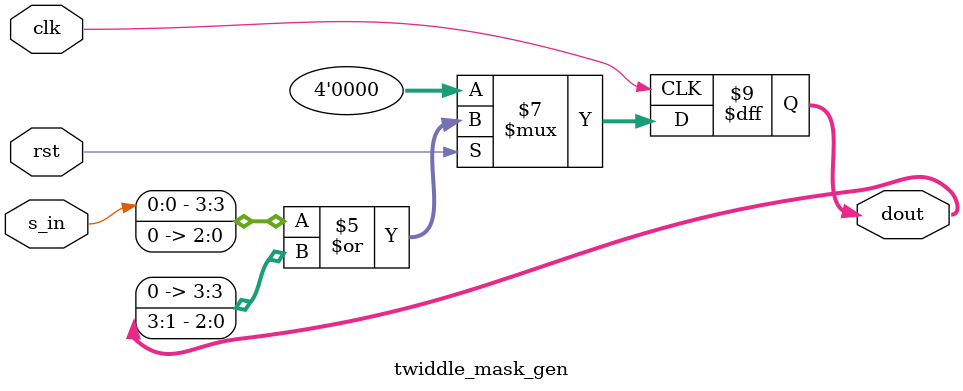
<source format=sv>
`timescale 1ns/1ps

module twiddle_mask_gen (
    input  logic       clk,
    input  logic       rst,
    input  logic       s_in,
    output logic [3:0] dout
);

always_ff @(posedge clk) begin
    if (!rst) begin
        dout <= 4'b0000;
    end else begin
        dout <= (s_in << 3) | (dout >> 1);
    end
end

endmodule

</source>
